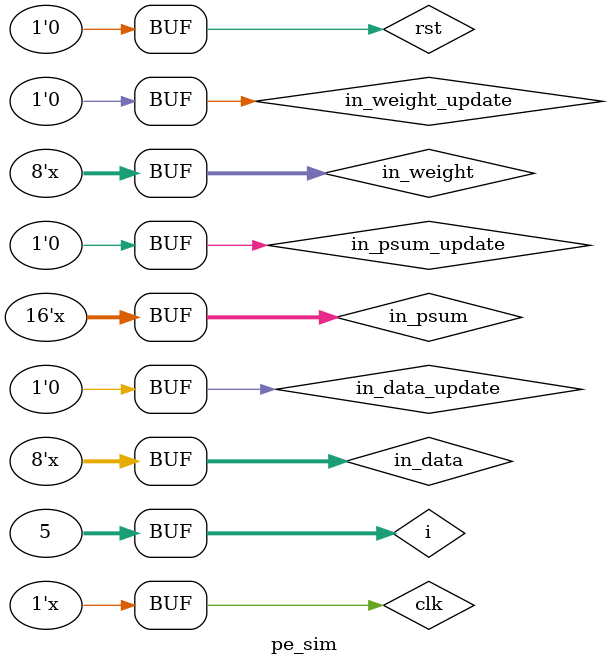
<source format=v>
`timescale 1ns / 1ps


module pe_sim(
    );
parameter WIDTH             = 8;
parameter PIPELINE_STAGE    = 3;    

reg           clk;
reg           rst;
reg           in_data_update;
reg [7:0]     in_data;
reg           in_weight_update;
reg [7:0]     in_weight;
reg           in_psum_update;
reg [15:0]    in_psum;

wire            out_psum_vld;
wire [15:0]    out_psum;
integer i;

    pe #(.WIDTH(WIDTH), .PIPELINE_STAGE(PIPELINE_STAGE))uut (clk,
                                                            rst,
                                                            in_data,
                                                            in_weight,
                                                            in_psum,
                                                            
                                                            in_data_update,
                                                            in_weight_update,
                                                            in_psum_update,
                                                            
                                                            out_psum,
                                                            out_psum_vld);
    always #10 clk = ~clk;
    initial begin
        clk <= 0;
        rst <= 1;
        in_data <= 3;
        in_weight <= 4;
        in_psum <= 5;
        in_data_update <= 0;
        in_weight_update <= 0;
        in_psum_update <= 0;
        #20;
//        rst <= 0;
//        in_data_update <= 1;
//        in_weight_update <= 1;
//        in_psum_update <= 1;
//        #20;
//        in_data_update <= 0;
//        in_weight_update <= 0;
//        in_psum_update <= 0;
        rst <= 0;
        for(i = 0; i < 5; i = i + 1) begin
            in_data_update <= 1;
            in_weight_update <= 1;
            in_psum_update <= 1;
        
            in_data <= in_data + 1;
            in_weight <= in_weight + 1;
            in_psum <= in_psum + 1;
            
            #20;
            
            in_data_update <= 0;
            in_weight_update <= 0;
            in_psum_update <= 0;
            
            #20;
        end
        
    end
endmodule

</source>
